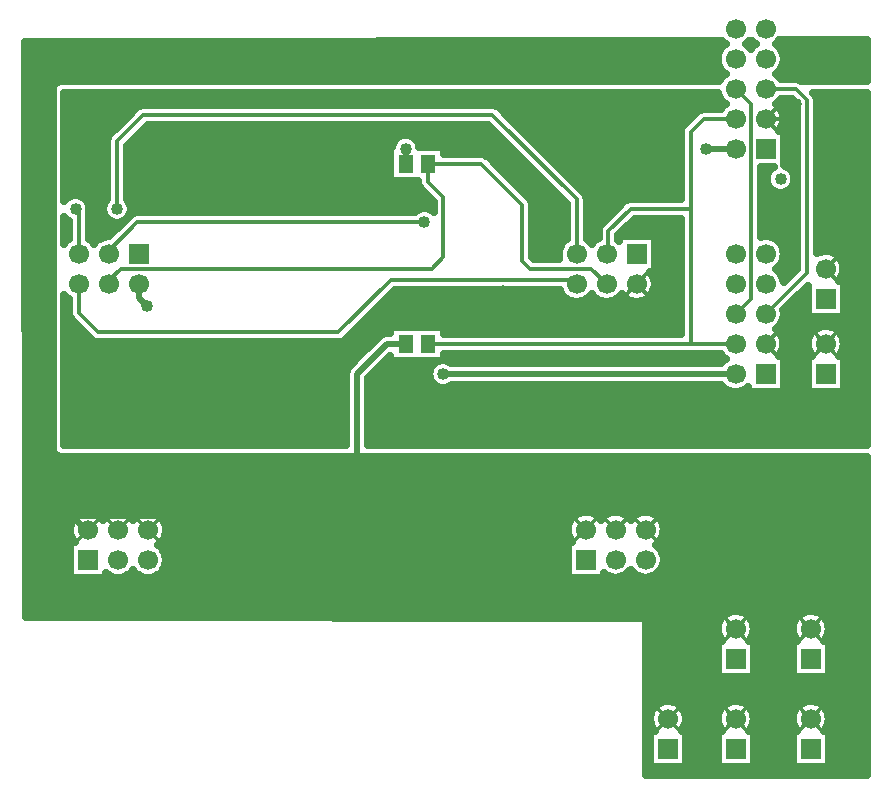
<source format=gbr>
G04 DipTrace 3.3.1.3*
G04 Top.gbr*
%MOIN*%
G04 #@! TF.FileFunction,Copper,L1,Top*
G04 #@! TF.Part,Single*
G04 #@! TA.AperFunction,Conductor*
%ADD14C,0.012992*%
%ADD15C,0.02*%
G04 #@! TA.AperFunction,CopperBalancing*
%ADD16C,0.025*%
%ADD17C,0.01299*%
G04 #@! TA.AperFunction,ComponentPad*
%ADD19R,0.066929X0.066929*%
%ADD20C,0.066929*%
%ADD21R,0.051181X0.059055*%
G04 #@! TA.AperFunction,ViaPad*
%ADD22C,0.04*%
%FSLAX26Y26*%
G04*
G70*
G90*
G75*
G01*
G04 Top*
%LPD*%
X2943701Y3193701D2*
D14*
X2993701D1*
X3043701Y3243701D1*
X854890Y2643161D2*
D15*
Y2596980D1*
X882185Y2569685D1*
X1707185D2*
X1750612Y2613112D1*
X2063112D1*
X2069685Y2619685D1*
X1743701Y3043701D2*
D3*
Y2443701D2*
D3*
Y3043701D2*
Y3093701D1*
X2743701D2*
X2843701D1*
Y2343701D2*
X1868701D1*
X1743701Y2443701D2*
X1681201D1*
X1582185Y2344685D1*
Y2044685D1*
X1407185Y1869685D1*
X632185D1*
X678463Y1823407D1*
X684741D1*
X1818504Y2443701D2*
D14*
X2693701D1*
X2843701D1*
Y3193701D2*
X2737451D1*
X2693701Y3149950D1*
Y2894685D1*
Y2443701D1*
X1818504D2*
D3*
X754890Y2743161D2*
Y2754890D1*
X849951Y2849951D1*
X1806201D1*
X2413845Y2743909D2*
X2419685D1*
Y2819685D1*
X2494685Y2894685D1*
X2693701D1*
X2943701Y3293701D2*
X3043701D1*
X3081201Y3256201D1*
Y2681201D1*
X2943701Y2543701D1*
X754890Y2643161D2*
X743161D1*
X794685Y2694685D1*
X1832185D1*
X1869685Y2732185D1*
Y2932185D1*
X1818504Y2983366D1*
Y3043701D1*
X1995669D1*
X2132185Y2907185D1*
Y2719685D1*
X2157185Y2694685D1*
X2363070D1*
X2413845Y2643909D1*
X2843701Y3293701D2*
X2893701Y3243701D1*
Y2593701D1*
X2843701Y2543701D1*
X654890Y2643161D2*
Y2546980D1*
X719685Y2482185D1*
X1519685D1*
X1694685Y2657185D1*
X2313845D1*
Y2643909D1*
X654890Y2743161D2*
Y2882512D1*
X643701Y2893701D1*
X781201D2*
Y3118701D1*
X869685Y3207185D1*
X2032185D1*
X2313845Y2925525D1*
Y2743909D1*
D22*
X882185Y2569685D3*
X1707185D3*
X1743701Y3043701D3*
Y2443701D3*
Y3093701D3*
X2743701D3*
X1818504Y2443701D3*
X2993701Y2993701D3*
X3043701Y3243701D3*
X2643701Y2843701D3*
X1806201Y2849951D3*
X2069685Y2619685D3*
X781201Y2893701D3*
X643701D3*
X2069685Y2494685D3*
X2644685Y2669685D3*
X1868701Y2343701D3*
X477429Y3431332D2*
D16*
X2794530D1*
X2992875D2*
X3278717D1*
X477501Y3406463D2*
X2782617D1*
X3004789D2*
X3278717D1*
X477537Y3381594D2*
X2782474D1*
X3004932D2*
X3278717D1*
X477609Y3356726D2*
X2793992D1*
X2993413D2*
X3278717D1*
X477644Y3331857D2*
X2794962D1*
X2992444D2*
X3278717D1*
X477680Y3306988D2*
X568276D1*
X477752Y3282119D2*
X564723D1*
X477787Y3257251D2*
X564723D1*
X477860Y3232382D2*
X564723D1*
X477895Y3207513D2*
X564723D1*
X477932Y3182644D2*
X564723D1*
X478004Y3157776D2*
X564723D1*
X478039Y3132907D2*
X564723D1*
X478112Y3108038D2*
X564723D1*
X478147Y3083169D2*
X564723D1*
X478219Y3058301D2*
X564723D1*
X478255Y3033432D2*
X564723D1*
X478290Y3008563D2*
X564723D1*
X478362Y2983694D2*
X564723D1*
X478398Y2958825D2*
X564723D1*
X478470Y2933957D2*
X564723D1*
X478505Y2909088D2*
X564723D1*
X478577Y2884219D2*
X564723D1*
X478613Y2859350D2*
X564723D1*
X478650Y2834482D2*
X564723D1*
X478720Y2809613D2*
X564723D1*
X478757Y2784744D2*
X564723D1*
X478828Y2759875D2*
X564723D1*
X478865Y2735007D2*
X564723D1*
X478936Y2710138D2*
X564723D1*
X478972Y2685269D2*
X564723D1*
X479008Y2660400D2*
X564723D1*
X479080Y2635531D2*
X564723D1*
X479115Y2610663D2*
X564723D1*
X479188Y2585794D2*
X564723D1*
X479223Y2560925D2*
X564723D1*
X479260Y2536056D2*
X564723D1*
X479331Y2511188D2*
X564723D1*
X479367Y2486319D2*
X564723D1*
X479438Y2461450D2*
X564723D1*
X479475Y2436581D2*
X564723D1*
X479546Y2411713D2*
X564723D1*
X479583Y2386844D2*
X564723D1*
X479618Y2361975D2*
X564723D1*
X479690Y2337106D2*
X564723D1*
X479726Y2312238D2*
X564723D1*
X479798Y2287369D2*
X564723D1*
X479833Y2262500D2*
X564723D1*
X479906Y2237631D2*
X564723D1*
X479941Y2212762D2*
X564723D1*
X479976Y2187894D2*
X564723D1*
X480049Y2163025D2*
X564723D1*
X480084Y2138156D2*
X564723D1*
X480156Y2113287D2*
X564723D1*
X480192Y2088419D2*
X565226D1*
X480264Y2063550D2*
X3278717D1*
X480301Y2038681D2*
X3278717D1*
X480336Y2013812D2*
X3278717D1*
X480408Y1988944D2*
X3278717D1*
X480444Y1964075D2*
X3278717D1*
X480516Y1939206D2*
X3278717D1*
X480551Y1914337D2*
X3278717D1*
X480587Y1889469D2*
X3278717D1*
X480659Y1864600D2*
X638681D1*
X730807D2*
X738703D1*
X830816D2*
X838652D1*
X930790D2*
X2296278D1*
X2591080D2*
X3278717D1*
X480694Y1839731D2*
X624542D1*
X944928D2*
X2283073D1*
X2604249D2*
X3278717D1*
X480766Y1814862D2*
X622891D1*
X946579D2*
X2282068D1*
X2605290D2*
X3278717D1*
X480802Y1789993D2*
X632472D1*
X937034D2*
X2292403D1*
X2594919D2*
X3278717D1*
X480874Y1765125D2*
X622282D1*
X930287D2*
X2281207D1*
X2590613D2*
X3278717D1*
X480909Y1740256D2*
X622282D1*
X944785D2*
X2281207D1*
X2604105D2*
X3278717D1*
X480946Y1715387D2*
X622282D1*
X946651D2*
X2281207D1*
X2605361D2*
X3278717D1*
X481017Y1690518D2*
X622282D1*
X937357D2*
X2281207D1*
X2595314D2*
X3278717D1*
X481054Y1665650D2*
X622282D1*
X747206D2*
X766177D1*
X803329D2*
X866151D1*
X903339D2*
X2281207D1*
X2406133D2*
X2431849D1*
X2455474D2*
X2531858D1*
X2555483D2*
X3278717D1*
X481125Y1640781D2*
X3278717D1*
X481161Y1615912D2*
X3278717D1*
X481232Y1591043D2*
X3278717D1*
X481269Y1566175D2*
X3278717D1*
X481304Y1541306D2*
X2804757D1*
X2882639D2*
X3054762D1*
X3132643D2*
X3278717D1*
X2546189Y1516437D2*
X2785739D1*
X2901693D2*
X3035709D1*
X3151663D2*
X3278717D1*
X2546189Y1491568D2*
X2781290D1*
X2906106D2*
X3031294D1*
X3156112D2*
X3278717D1*
X2546189Y1466699D2*
X2787677D1*
X2899719D2*
X3037682D1*
X3149724D2*
X3278717D1*
X2546189Y1441831D2*
X2781253D1*
X2906143D2*
X3031259D1*
X3156148D2*
X3278717D1*
X2546189Y1416962D2*
X2781253D1*
X2906143D2*
X3031259D1*
X3156148D2*
X3278717D1*
X2546189Y1392093D2*
X2781253D1*
X2906143D2*
X3031259D1*
X3156148D2*
X3278717D1*
X2546189Y1367224D2*
X2781253D1*
X2906143D2*
X3031259D1*
X3156148D2*
X3278717D1*
X2546189Y1342356D2*
X2781253D1*
X2906143D2*
X3031259D1*
X3156148D2*
X3278717D1*
X2546189Y1317487D2*
X3278717D1*
X2546189Y1292618D2*
X3278717D1*
X2546189Y1267749D2*
X3278717D1*
X2546189Y1242881D2*
X2581917D1*
X2655492D2*
X2806911D1*
X2880486D2*
X3056916D1*
X3130491D2*
X3278717D1*
X2546189Y1218012D2*
X2561391D1*
X2676017D2*
X2786385D1*
X2901012D2*
X3036390D1*
X3151016D2*
X3278717D1*
X2546189Y1193143D2*
X2556228D1*
X2681148D2*
X2781253D1*
X2906143D2*
X3031259D1*
X3156148D2*
X3278717D1*
X2546189Y1168274D2*
X2561894D1*
X2675479D2*
X2786924D1*
X2900509D2*
X3036892D1*
X3150514D2*
X3278717D1*
X2546189Y1143406D2*
X2556228D1*
X2681148D2*
X2781253D1*
X2906143D2*
X3031259D1*
X3156148D2*
X3278717D1*
X2546189Y1118537D2*
X2556228D1*
X2681148D2*
X2781253D1*
X2906143D2*
X3031259D1*
X3156148D2*
X3278717D1*
X2546189Y1093668D2*
X2556228D1*
X2681148D2*
X2781253D1*
X2906143D2*
X3031259D1*
X3156148D2*
X3278717D1*
X2546189Y1068799D2*
X2556228D1*
X2681148D2*
X2781253D1*
X2906143D2*
X3031259D1*
X3156148D2*
X3278717D1*
X2546189Y1043930D2*
X2556228D1*
X2681148D2*
X2781253D1*
X2906143D2*
X3031259D1*
X3156148D2*
X3278717D1*
X2546189Y1019062D2*
X3278717D1*
X2292903Y1784829D2*
X2299039D1*
X2294123Y1791117D1*
X2290367Y1797429D1*
X2287412Y1804152D1*
X2285301Y1811186D1*
X2284064Y1818427D1*
X2283723Y1825762D1*
X2284281Y1833087D1*
X2285731Y1840286D1*
X2288050Y1847255D1*
X2291203Y1853887D1*
X2295144Y1860085D1*
X2299814Y1865755D1*
X2305142Y1870810D1*
X2311047Y1875176D1*
X2317442Y1878787D1*
X2324231Y1881591D1*
X2331312Y1883542D1*
X2338577Y1884613D1*
X2345920Y1884787D1*
X2353228Y1884063D1*
X2360394Y1882450D1*
X2367308Y1879972D1*
X2373867Y1876669D1*
X2379974Y1872588D1*
X2385535Y1867791D1*
X2390469Y1862350D1*
X2393667Y1857962D1*
X2398583Y1864391D1*
X2403752Y1869608D1*
X2409521Y1874154D1*
X2415803Y1877959D1*
X2422503Y1880969D1*
X2429520Y1883135D1*
X2436749Y1884429D1*
X2444084Y1884828D1*
X2451411Y1884328D1*
X2458622Y1882936D1*
X2465609Y1880672D1*
X2472266Y1877571D1*
X2478495Y1873678D1*
X2484201Y1869054D1*
X2489299Y1863766D1*
X2493667Y1857962D1*
X2498583Y1864391D1*
X2503752Y1869608D1*
X2509521Y1874154D1*
X2515803Y1877959D1*
X2522503Y1880969D1*
X2529520Y1883135D1*
X2536749Y1884429D1*
X2544084Y1884828D1*
X2551411Y1884328D1*
X2558622Y1882936D1*
X2565609Y1880672D1*
X2572266Y1877571D1*
X2578495Y1873678D1*
X2584201Y1869054D1*
X2589299Y1863766D1*
X2593711Y1857896D1*
X2597374Y1851530D1*
X2600230Y1844764D1*
X2602238Y1837698D1*
X2603366Y1830441D1*
X2603597Y1823038D1*
X2602923Y1815724D1*
X2601358Y1808549D1*
X2598929Y1801618D1*
X2595672Y1795035D1*
X2591633Y1788902D1*
X2586874Y1783307D1*
X2581467Y1778336D1*
X2576752Y1774879D1*
X2582608Y1770465D1*
X2589260Y1763812D1*
X2594790Y1756201D1*
X2599060Y1747819D1*
X2601969Y1738871D1*
X2603440Y1729579D1*
Y1720172D1*
X2601969Y1710879D1*
X2599060Y1701932D1*
X2594790Y1693550D1*
X2589260Y1685938D1*
X2582608Y1679286D1*
X2574996Y1673756D1*
X2566614Y1669486D1*
X2557667Y1666577D1*
X2548374Y1665106D1*
X2538967D1*
X2529675Y1666577D1*
X2520727Y1669486D1*
X2512345Y1673756D1*
X2504734Y1679286D1*
X2498081Y1685938D1*
X2493706Y1691822D1*
X2489260Y1685938D1*
X2482608Y1679286D1*
X2474996Y1673756D1*
X2466614Y1669486D1*
X2457667Y1666577D1*
X2448374Y1665106D1*
X2438967D1*
X2429675Y1666577D1*
X2420727Y1669486D1*
X2412345Y1673756D1*
X2404734Y1679286D1*
X2403613Y1680322D1*
X2403625Y1664921D1*
X2283717D1*
Y1784829D1*
X2292903D1*
X633974Y1783361D2*
X640110D1*
X635194Y1789648D1*
X631438Y1795961D1*
X628483Y1802684D1*
X626371Y1809718D1*
X625135Y1816958D1*
X624794Y1824294D1*
X625352Y1831618D1*
X626802Y1838818D1*
X629121Y1845786D1*
X632274Y1852419D1*
X636215Y1858617D1*
X640885Y1864286D1*
X646213Y1869341D1*
X652118Y1873707D1*
X658513Y1877319D1*
X665302Y1880122D1*
X672383Y1882073D1*
X679648Y1883144D1*
X686991Y1883319D1*
X694299Y1882594D1*
X701465Y1880982D1*
X708379Y1878504D1*
X714938Y1875201D1*
X721045Y1871119D1*
X726606Y1866323D1*
X731539Y1860882D1*
X734738Y1856493D1*
X739654Y1862923D1*
X744823Y1868139D1*
X750592Y1872685D1*
X756874Y1876491D1*
X763573Y1879500D1*
X770591Y1881667D1*
X777820Y1882961D1*
X785155Y1883360D1*
X792482Y1882860D1*
X799693Y1881467D1*
X806680Y1879203D1*
X813337Y1876102D1*
X819566Y1872210D1*
X825272Y1867585D1*
X830370Y1862298D1*
X834738Y1856493D1*
X839654Y1862923D1*
X844823Y1868139D1*
X850592Y1872685D1*
X856874Y1876491D1*
X863573Y1879500D1*
X870591Y1881667D1*
X877820Y1882961D1*
X885155Y1883360D1*
X892482Y1882860D1*
X899693Y1881467D1*
X906680Y1879203D1*
X913337Y1876102D1*
X919566Y1872210D1*
X925272Y1867585D1*
X930370Y1862298D1*
X934782Y1856428D1*
X938445Y1850062D1*
X941301Y1843295D1*
X943308Y1836230D1*
X944437Y1828972D1*
X944668Y1821570D1*
X943993Y1814256D1*
X942429Y1807080D1*
X940000Y1800150D1*
X936743Y1793567D1*
X932703Y1787433D1*
X927945Y1781839D1*
X922538Y1776867D1*
X917823Y1773411D1*
X923678Y1768996D1*
X930331Y1762344D1*
X935861Y1754732D1*
X940131Y1746350D1*
X943039Y1737403D1*
X944510Y1728110D1*
Y1718703D1*
X943039Y1709411D1*
X940131Y1700463D1*
X935861Y1692081D1*
X930331Y1684470D1*
X923678Y1677818D1*
X916067Y1672287D1*
X907685Y1668017D1*
X898738Y1665109D1*
X889445Y1663638D1*
X880038D1*
X870745Y1665109D1*
X861798Y1668017D1*
X853416Y1672287D1*
X845804Y1677818D1*
X839152Y1684470D1*
X834777Y1690353D1*
X830331Y1684470D1*
X823678Y1677818D1*
X816067Y1672287D1*
X807685Y1668017D1*
X798738Y1665109D1*
X789445Y1663638D1*
X780038D1*
X770745Y1665109D1*
X761798Y1668017D1*
X753416Y1672287D1*
X745804Y1677818D1*
X744684Y1678853D1*
X744696Y1663453D1*
X624787D1*
Y1783361D1*
X633974D1*
X2976755Y3343665D2*
X2982638Y3339290D1*
X2989290Y3332638D1*
X2993706Y3326693D1*
X3046289Y3326585D1*
X3051402Y3325776D1*
X3056324Y3324176D1*
X3060936Y3321825D1*
X3063097Y3320381D1*
X3074016Y3320190D1*
X3281175D1*
X3281201Y3456148D1*
X2989899Y3455500D1*
X2986094Y3451307D1*
X2978941Y3445197D1*
X2976755Y3443736D1*
X2982638Y3439290D1*
X2989290Y3432638D1*
X2994820Y3425026D1*
X2999091Y3416644D1*
X3001999Y3407697D1*
X3003470Y3398404D1*
Y3388997D1*
X3001999Y3379705D1*
X2999091Y3370757D1*
X2994820Y3362375D1*
X2989290Y3354764D1*
X2982638Y3348112D1*
X2976755Y3343736D1*
X2789950Y3320201D2*
X2792581Y3325026D1*
X2798112Y3332638D1*
X2804764Y3339290D1*
X2810647Y3343665D1*
X2804764Y3348112D1*
X2798112Y3354764D1*
X2792581Y3362375D1*
X2788311Y3370757D1*
X2785403Y3379705D1*
X2783932Y3388997D1*
Y3398404D1*
X2785403Y3407697D1*
X2788311Y3416644D1*
X2792581Y3425026D1*
X2798112Y3432638D1*
X2804764Y3439290D1*
X2810647Y3443665D1*
X2804764Y3448112D1*
X2797873Y3455067D1*
X474927Y3449699D1*
X478835Y1534108D1*
X2532199Y1531161D1*
X2535080Y1530584D1*
X2537747Y1529349D1*
X2540052Y1527528D1*
X2541867Y1525217D1*
X2543094Y1522547D1*
X2543664Y1519660D1*
X2543701Y1006167D1*
X3281217Y1006201D1*
X3281201Y2067215D1*
X591622Y2067293D1*
X587517Y2067944D1*
X583563Y2069227D1*
X579860Y2071114D1*
X576497Y2073558D1*
X573558Y2076497D1*
X571114Y2079860D1*
X569227Y2083563D1*
X567944Y2087517D1*
X567293Y2091622D1*
X567211Y2203937D1*
X567293Y3295780D1*
X567944Y3299885D1*
X569227Y3303839D1*
X571114Y3307542D1*
X573558Y3310904D1*
X576497Y3313844D1*
X579860Y3316287D1*
X583563Y3318175D1*
X587517Y3319458D1*
X591622Y3320109D1*
X703937Y3320190D1*
X2789921D1*
X2893736Y3426755D2*
X2898112Y3432638D1*
X2904764Y3439290D1*
X2910647Y3443665D1*
X2904764Y3448112D1*
X2898112Y3454764D1*
X2897690Y3455298D1*
X2889290Y3454764D1*
X2882638Y3448112D1*
X2876755Y3443736D1*
X2882638Y3439290D1*
X2889290Y3432638D1*
X2893665Y3426755D1*
X2792933Y1453655D2*
X2799070D1*
X2794154Y1459942D1*
X2790398Y1466255D1*
X2787442Y1472978D1*
X2785331Y1480012D1*
X2784094Y1487252D1*
X2783753Y1494588D1*
X2784311Y1501912D1*
X2785761Y1509112D1*
X2788080Y1516080D1*
X2791234Y1522713D1*
X2795175Y1528911D1*
X2799844Y1534580D1*
X2805172Y1539635D1*
X2811077Y1544001D1*
X2817472Y1547613D1*
X2824261Y1550416D1*
X2831343Y1552367D1*
X2838608Y1553438D1*
X2845950Y1553613D1*
X2853259Y1552888D1*
X2860424Y1551276D1*
X2867339Y1548798D1*
X2873898Y1545495D1*
X2880004Y1541413D1*
X2885566Y1536617D1*
X2890499Y1531176D1*
X2894730Y1525173D1*
X2898196Y1518697D1*
X2900843Y1511846D1*
X2902633Y1504723D1*
X2903538Y1497434D1*
X2903542Y1490029D1*
X2902644Y1482739D1*
X2900862Y1475614D1*
X2898222Y1468761D1*
X2894762Y1462282D1*
X2890538Y1456274D1*
X2888314Y1453654D1*
X2903655Y1453655D1*
Y1333747D1*
X2783747D1*
Y1453655D1*
X2792933D1*
X3042933Y1153655D2*
X3049070D1*
X3044154Y1159942D1*
X3040398Y1166255D1*
X3037442Y1172978D1*
X3035331Y1180012D1*
X3034094Y1187252D1*
X3033753Y1194588D1*
X3034311Y1201912D1*
X3035761Y1209112D1*
X3038080Y1216080D1*
X3041234Y1222713D1*
X3045175Y1228911D1*
X3049844Y1234580D1*
X3055172Y1239635D1*
X3061077Y1244001D1*
X3067472Y1247613D1*
X3074261Y1250416D1*
X3081343Y1252367D1*
X3088608Y1253438D1*
X3095950Y1253613D1*
X3103259Y1252888D1*
X3110424Y1251276D1*
X3117339Y1248798D1*
X3123898Y1245495D1*
X3130004Y1241413D1*
X3135566Y1236617D1*
X3140499Y1231176D1*
X3144730Y1225173D1*
X3148196Y1218697D1*
X3150843Y1211846D1*
X3152633Y1204723D1*
X3153538Y1197434D1*
X3153542Y1190029D1*
X3152644Y1182739D1*
X3150862Y1175614D1*
X3148222Y1168761D1*
X3144762Y1162282D1*
X3140538Y1156274D1*
X3138314Y1153654D1*
X3153655Y1153655D1*
Y1033747D1*
X3033747D1*
Y1153655D1*
X3042933D1*
X2792933D2*
X2799070D1*
X2794154Y1159942D1*
X2790398Y1166255D1*
X2787442Y1172978D1*
X2785331Y1180012D1*
X2784094Y1187252D1*
X2783753Y1194588D1*
X2784311Y1201912D1*
X2785761Y1209112D1*
X2788080Y1216080D1*
X2791234Y1222713D1*
X2795175Y1228911D1*
X2799844Y1234580D1*
X2805172Y1239635D1*
X2811077Y1244001D1*
X2817472Y1247613D1*
X2824261Y1250416D1*
X2831343Y1252367D1*
X2838608Y1253438D1*
X2845950Y1253613D1*
X2853259Y1252888D1*
X2860424Y1251276D1*
X2867339Y1248798D1*
X2873898Y1245495D1*
X2880004Y1241413D1*
X2885566Y1236617D1*
X2890499Y1231176D1*
X2894730Y1225173D1*
X2898196Y1218697D1*
X2900843Y1211846D1*
X2902633Y1204723D1*
X2903538Y1197434D1*
X2903542Y1190029D1*
X2902644Y1182739D1*
X2900862Y1175614D1*
X2898222Y1168761D1*
X2894762Y1162282D1*
X2890538Y1156274D1*
X2888314Y1153654D1*
X2903655Y1153655D1*
Y1033747D1*
X2783747D1*
Y1153655D1*
X2792933D1*
X3042933Y1453655D2*
X3049070D1*
X3044154Y1459942D1*
X3040398Y1466255D1*
X3037442Y1472978D1*
X3035331Y1480012D1*
X3034094Y1487252D1*
X3033753Y1494588D1*
X3034311Y1501912D1*
X3035761Y1509112D1*
X3038080Y1516080D1*
X3041234Y1522713D1*
X3045175Y1528911D1*
X3049844Y1534580D1*
X3055172Y1539635D1*
X3061077Y1544001D1*
X3067472Y1547613D1*
X3074261Y1550416D1*
X3081343Y1552367D1*
X3088608Y1553438D1*
X3095950Y1553613D1*
X3103259Y1552888D1*
X3110424Y1551276D1*
X3117339Y1548798D1*
X3123898Y1545495D1*
X3130004Y1541413D1*
X3135566Y1536617D1*
X3140499Y1531176D1*
X3144730Y1525173D1*
X3148196Y1518697D1*
X3150843Y1511846D1*
X3152633Y1504723D1*
X3153538Y1497434D1*
X3153542Y1490029D1*
X3152644Y1482739D1*
X3150862Y1475614D1*
X3148222Y1468761D1*
X3144762Y1462282D1*
X3140538Y1456274D1*
X3138314Y1453654D1*
X3153655Y1453655D1*
Y1333747D1*
X3033747D1*
Y1453655D1*
X3042933D1*
X2567933Y1153655D2*
X2574070D1*
X2569154Y1159942D1*
X2565398Y1166255D1*
X2562442Y1172978D1*
X2560331Y1180012D1*
X2559094Y1187252D1*
X2558753Y1194588D1*
X2559311Y1201912D1*
X2560761Y1209112D1*
X2563080Y1216080D1*
X2566234Y1222713D1*
X2570175Y1228911D1*
X2574844Y1234580D1*
X2580172Y1239635D1*
X2586077Y1244001D1*
X2592472Y1247613D1*
X2599261Y1250416D1*
X2606343Y1252367D1*
X2613608Y1253438D1*
X2620950Y1253613D1*
X2628259Y1252888D1*
X2635424Y1251276D1*
X2642339Y1248798D1*
X2648898Y1245495D1*
X2655004Y1241413D1*
X2660566Y1236617D1*
X2665499Y1231176D1*
X2669730Y1225173D1*
X2673196Y1218697D1*
X2675843Y1211846D1*
X2677633Y1204723D1*
X2678538Y1197434D1*
X2678542Y1190029D1*
X2677644Y1182739D1*
X2675862Y1175614D1*
X2673222Y1168761D1*
X2669762Y1162282D1*
X2665538Y1156274D1*
X2663314Y1153654D1*
X2678655Y1153655D1*
Y1033747D1*
X2558747D1*
Y1153655D1*
X2567933D1*
X2301302Y1867244D2*
D17*
X2343671Y1824875D1*
X2386039Y1867244D2*
X2301302Y1782507D1*
X2401302Y1867244D2*
X2443671Y1824875D1*
X2486039Y1867244D2*
X2443671Y1824875D1*
X2501302Y1867244D2*
X2586039Y1782507D1*
Y1867244D2*
X2543671Y1824875D1*
X642373Y1865776D2*
X684741Y1823407D1*
X727110Y1865776D2*
X642373Y1781038D1*
X742373Y1865776D2*
X784741Y1823407D1*
X827110Y1865776D2*
X784741Y1823407D1*
X842373Y1865776D2*
X927110Y1781038D1*
Y1865776D2*
X884741Y1823407D1*
X2801332Y1536070D2*
X2886070Y1451332D1*
Y1536070D2*
X2801332Y1451332D1*
X3051332Y1236070D2*
X3136070Y1151332D1*
Y1236070D2*
X3051332Y1151332D1*
X2801332Y1236070D2*
X2886070Y1151332D1*
Y1236070D2*
X2801332Y1151332D1*
X3051332Y1536070D2*
X3136070Y1451332D1*
Y1536070D2*
X3051332Y1451332D1*
X2576332Y1236070D2*
X2661070Y1151332D1*
Y1236070D2*
X2576332Y1151332D1*
X608719Y3256332D2*
D16*
X2794304D1*
X2993079D2*
X3031930D1*
X3116701D2*
X3278706D1*
X608719Y3231463D2*
X844861D1*
X2057004D2*
X2794627D1*
X2992756D2*
X3045710D1*
X3116701D2*
X3278706D1*
X608719Y3206594D2*
X819957D1*
X2081908D2*
X2701185D1*
X3004741D2*
X3045710D1*
X3116701D2*
X3278706D1*
X608719Y3181726D2*
X795089D1*
X2106776D2*
X2676318D1*
X3004957D2*
X3045710D1*
X3116701D2*
X3278706D1*
X608719Y3156857D2*
X770222D1*
X868520D2*
X2033381D1*
X2131680D2*
X2658950D1*
X2993510D2*
X3045710D1*
X3116701D2*
X3278706D1*
X608719Y3131988D2*
X748512D1*
X843652D2*
X1714837D1*
X1772587D2*
X2058248D1*
X2156547D2*
X2658232D1*
X3006142D2*
X3045710D1*
X3116701D2*
X3278706D1*
X608719Y3107119D2*
X745713D1*
X818785D2*
X1696680D1*
X1790707D2*
X2083115D1*
X2181415D2*
X2658232D1*
X3006142D2*
X3045710D1*
X3116701D2*
X3278706D1*
X608719Y3082251D2*
X745713D1*
X816703D2*
X1689108D1*
X1873098D2*
X2107984D1*
X2206282D2*
X2658232D1*
X3006142D2*
X3045710D1*
X3116701D2*
X3278706D1*
X608719Y3057382D2*
X745713D1*
X816703D2*
X1689108D1*
X2031133D2*
X2132852D1*
X2231151D2*
X2658232D1*
X3006142D2*
X3045710D1*
X3116701D2*
X3278706D1*
X608719Y3032513D2*
X745713D1*
X816703D2*
X1689108D1*
X2056000D2*
X2157719D1*
X2256018D2*
X2658232D1*
X2929169D2*
X2965615D1*
X3021786D2*
X3045710D1*
X3116701D2*
X3278706D1*
X608719Y3007644D2*
X745713D1*
X816703D2*
X1689108D1*
X2080867D2*
X2182587D1*
X2280886D2*
X2658232D1*
X2929169D2*
X2946849D1*
X3116701D2*
X3278706D1*
X608719Y2982776D2*
X745713D1*
X816703D2*
X1783017D1*
X2105735D2*
X2207455D1*
X2305753D2*
X2658232D1*
X2929169D2*
X2946024D1*
X3116701D2*
X3278706D1*
X608719Y2957907D2*
X745713D1*
X816703D2*
X1794823D1*
X2130602D2*
X2232323D1*
X2330622D2*
X2658232D1*
X2929169D2*
X2961525D1*
X3025878D2*
X3045710D1*
X3116701D2*
X3278706D1*
X608719Y2933038D2*
X616445D1*
X670978D2*
X745713D1*
X816703D2*
X1819690D1*
X2155471D2*
X2257190D1*
X2348455D2*
X2658232D1*
X2929169D2*
X3045710D1*
X3116701D2*
X3278706D1*
X690391Y2908169D2*
X734517D1*
X827899D2*
X1834188D1*
X2167672D2*
X2278362D1*
X2349318D2*
X2459003D1*
X2929169D2*
X3045710D1*
X3116701D2*
X3278706D1*
X691504Y2883301D2*
X733404D1*
X829012D2*
X1771319D1*
X2167672D2*
X2278362D1*
X2349318D2*
X2434135D1*
X2929169D2*
X3045710D1*
X3116701D2*
X3278706D1*
X690391Y2858432D2*
X748404D1*
X2167672D2*
X2278362D1*
X2349318D2*
X2409268D1*
X2507567D2*
X2658232D1*
X2929169D2*
X3045710D1*
X3116701D2*
X3278706D1*
X608719Y2833563D2*
X619385D1*
X690391D2*
X784432D1*
X2167672D2*
X2278362D1*
X2349318D2*
X2387270D1*
X2482698D2*
X2658232D1*
X2929169D2*
X3045710D1*
X3116701D2*
X3278706D1*
X608719Y2808694D2*
X619385D1*
X690391D2*
X759528D1*
X2167672D2*
X2278362D1*
X2349318D2*
X2384185D1*
X2457831D2*
X2658232D1*
X2929169D2*
X3045710D1*
X3116701D2*
X3278706D1*
X2167672Y2783825D2*
X2266627D1*
X2576285D2*
X2658232D1*
X2990747D2*
X3045710D1*
X3116701D2*
X3278706D1*
X2167672Y2758957D2*
X2253315D1*
X2576285D2*
X2658232D1*
X3004168D2*
X3045710D1*
X3116701D2*
X3278706D1*
X2167672Y2734088D2*
X2252202D1*
X2576285D2*
X2658232D1*
X3005387D2*
X3045710D1*
X3190514D2*
X3278706D1*
X2576285Y2709219D2*
X2658232D1*
X2995232D2*
X3045710D1*
X3204114D2*
X3278706D1*
X2576285Y2684350D2*
X2658232D1*
X2990281D2*
X3035196D1*
X3205406D2*
X3278706D1*
X2574239Y2659482D2*
X2658232D1*
X3195430D2*
X3278706D1*
X2575567Y2634613D2*
X2658232D1*
X3206160D2*
X3278706D1*
X1696404Y2609744D2*
X2262071D1*
X2565627D2*
X2658232D1*
X3058891D2*
X3081235D1*
X3206160D2*
X3278706D1*
X608719Y2584875D2*
X619385D1*
X1671537D2*
X2300898D1*
X2326818D2*
X2400870D1*
X2426791D2*
X2500879D1*
X2526801D2*
X2658232D1*
X3034024D2*
X3081235D1*
X3206160D2*
X3278706D1*
X608719Y2560007D2*
X619385D1*
X1646669D2*
X2658232D1*
X3009155D2*
X3081235D1*
X3206160D2*
X3278706D1*
X608719Y2535138D2*
X621608D1*
X1621801D2*
X2658232D1*
X3005531D2*
X3081235D1*
X3206160D2*
X3278706D1*
X608719Y2510269D2*
X642438D1*
X1596933D2*
X2658232D1*
X2995986D2*
X3278706D1*
X608719Y2485400D2*
X667306D1*
X1572066D2*
X1689108D1*
X1873098D2*
X2658232D1*
X2989276D2*
X3098136D1*
X3189294D2*
X3278706D1*
X608719Y2460531D2*
X692173D1*
X1547198D2*
X1643929D1*
X3003738D2*
X3083675D1*
X3203756D2*
X3278706D1*
X608719Y2435663D2*
X1619062D1*
X3005602D2*
X3081773D1*
X3205622D2*
X3278706D1*
X608719Y2410794D2*
X1594194D1*
X2996308D2*
X3091067D1*
X3196327D2*
X3278706D1*
X608719Y2385925D2*
X1569327D1*
X1677529D2*
X1846747D1*
X1890646D2*
X2798647D1*
X3006142D2*
X3081235D1*
X3206160D2*
X3278706D1*
X608719Y2361056D2*
X1547079D1*
X1652661D2*
X1823063D1*
X3006142D2*
X3081235D1*
X3206160D2*
X3278706D1*
X608719Y2336188D2*
X1543202D1*
X1627794D2*
X1820336D1*
X3006142D2*
X3081235D1*
X3206160D2*
X3278706D1*
X608719Y2311319D2*
X1543202D1*
X1621192D2*
X1832860D1*
X3006142D2*
X3081235D1*
X3206160D2*
X3278706D1*
X608719Y2286450D2*
X1543202D1*
X1621192D2*
X2823407D1*
X2864004D2*
X2881252D1*
X3006142D2*
X3081235D1*
X3206160D2*
X3278706D1*
X608719Y2261581D2*
X1543202D1*
X1621192D2*
X3278706D1*
X608719Y2236713D2*
X1543202D1*
X1621192D2*
X3278706D1*
X608719Y2211844D2*
X1543202D1*
X1621192D2*
X3278706D1*
X608719Y2186975D2*
X1543202D1*
X1621192D2*
X3278706D1*
X608719Y2162106D2*
X1543202D1*
X1621192D2*
X3278706D1*
X608719Y2137238D2*
X1543202D1*
X1621192D2*
X3278706D1*
X608719Y2112369D2*
X1543202D1*
X1621192D2*
X3278706D1*
X2463077Y2803864D2*
X2573799D1*
Y2683955D1*
X2558476D1*
X2562852Y2678448D1*
X2566706Y2672197D1*
X2569769Y2665521D1*
X2571991Y2658521D1*
X2573341Y2651302D1*
X2573799Y2643909D1*
X2573349Y2636579D1*
X2572007Y2629358D1*
X2569791Y2622356D1*
X2566736Y2615677D1*
X2562887Y2609421D1*
X2558302Y2603684D1*
X2553050Y2598550D1*
X2547210Y2594097D1*
X2540869Y2590391D1*
X2534122Y2587488D1*
X2527071Y2585433D1*
X2519822Y2584255D1*
X2512483Y2583971D1*
X2505164Y2584587D1*
X2497976Y2586093D1*
X2491026Y2588469D1*
X2484419Y2591675D1*
X2478252Y2595664D1*
X2472619Y2600378D1*
X2467606Y2605745D1*
X2463852Y2610828D1*
X2459434Y2604972D1*
X2452782Y2598320D1*
X2445171Y2592790D1*
X2436789Y2588520D1*
X2427841Y2585612D1*
X2418549Y2584140D1*
X2409142D1*
X2399849Y2585612D1*
X2390902Y2588520D1*
X2382520Y2592790D1*
X2374908Y2598320D1*
X2368256Y2604972D1*
X2363881Y2610856D1*
X2359434Y2604972D1*
X2352782Y2598320D1*
X2345171Y2592790D1*
X2336789Y2588520D1*
X2327841Y2585612D1*
X2318549Y2584140D1*
X2309142D1*
X2299849Y2585612D1*
X2290902Y2588520D1*
X2282520Y2592790D1*
X2274908Y2598320D1*
X2268256Y2604972D1*
X2262726Y2612584D1*
X2258455Y2620966D1*
X2257265Y2624192D1*
X1708371Y2624199D1*
X1541108Y2457102D1*
X1536920Y2454060D1*
X1532308Y2451710D1*
X1527386Y2450110D1*
X1522273Y2449301D1*
X1455381Y2449199D1*
X717097Y2449301D1*
X711984Y2450110D1*
X707062Y2451710D1*
X702450Y2454060D1*
X698262Y2457102D1*
X650891Y2504331D1*
X629807Y2525558D1*
X626765Y2529745D1*
X624415Y2534357D1*
X622815Y2539280D1*
X622005Y2544392D1*
X621904Y2593092D1*
X615953Y2597572D1*
X609301Y2604224D1*
X606192Y2608211D1*
X606201Y2106185D1*
X1545672Y2106201D1*
X1545808Y2347549D1*
X1546703Y2353203D1*
X1548472Y2358650D1*
X1551072Y2363751D1*
X1554438Y2368383D1*
X1588862Y2402966D1*
X1657503Y2471448D1*
X1662135Y2474814D1*
X1667236Y2477413D1*
X1672682Y2479182D1*
X1678337Y2480077D1*
X1691643Y2480190D1*
X1691621Y2499718D1*
X1870584D1*
Y2476717D1*
X2660741Y2476686D1*
X2660715Y2861715D1*
X2508360Y2861699D1*
X2452672Y2806022D1*
X2452782Y2789499D1*
X2453903Y2788463D1*
X2453891Y2803864D1*
X2463077D1*
X2363881Y2776963D2*
X2368256Y2782846D1*
X2374908Y2789499D1*
X2382520Y2795029D1*
X2386710Y2797367D1*
X2386801Y2822273D1*
X2387610Y2827386D1*
X2389210Y2832308D1*
X2391560Y2836920D1*
X2394602Y2841108D1*
X2441831Y2888479D1*
X2473262Y2919768D1*
X2477450Y2922810D1*
X2482062Y2925160D1*
X2486984Y2926760D1*
X2492097Y2927570D1*
X2558990Y2927671D1*
X2660722D1*
X2660816Y3152538D1*
X2661626Y3157651D1*
X2663226Y3162573D1*
X2665576Y3167185D1*
X2668618Y3171373D1*
X2714127Y3217025D1*
X2718063Y3220387D1*
X2722476Y3223092D1*
X2727259Y3225072D1*
X2732291Y3226281D1*
X2737462Y3226686D1*
X2793610D1*
X2798112Y3232638D1*
X2804764Y3239290D1*
X2810647Y3243665D1*
X2804764Y3248112D1*
X2798112Y3254764D1*
X2792581Y3262375D1*
X2788311Y3270757D1*
X2785403Y3279705D1*
X2785105Y3281202D1*
X606227Y3281201D1*
X606201Y2921188D1*
X610828Y2926573D1*
X616375Y2931311D1*
X622594Y2935123D1*
X629335Y2937915D1*
X636428Y2939618D1*
X643701Y2940190D1*
X650974Y2939618D1*
X658067Y2937915D1*
X664807Y2935123D1*
X671026Y2931311D1*
X676573Y2926573D1*
X681311Y2921026D1*
X685123Y2914807D1*
X687915Y2908067D1*
X689618Y2900974D1*
X690190Y2893701D1*
X689618Y2886428D1*
X687870Y2879214D1*
X687875Y2793196D1*
X693827Y2788751D1*
X700479Y2782098D1*
X704854Y2776215D1*
X709301Y2782098D1*
X715953Y2788751D1*
X723564Y2794281D1*
X731946Y2798551D1*
X740894Y2801459D1*
X750186Y2802930D1*
X756415Y2803055D1*
X828529Y2875034D1*
X832717Y2878076D1*
X837328Y2880427D1*
X842251Y2882026D1*
X847364Y2882836D1*
X914256Y2882937D1*
X1773430D1*
X1778875Y2887562D1*
X1785094Y2891374D1*
X1791835Y2894165D1*
X1798928Y2895869D1*
X1806201Y2896441D1*
X1813474Y2895869D1*
X1820567Y2894165D1*
X1827307Y2891374D1*
X1833526Y2887562D1*
X1836697Y2885021D1*
X1836699Y2918531D1*
X1793421Y2961944D1*
X1790379Y2966131D1*
X1788029Y2970743D1*
X1786429Y2975665D1*
X1785619Y2980778D1*
X1785518Y2987709D1*
X1691621Y2987684D1*
Y3099718D1*
X1697613D1*
X1698496Y3104554D1*
X1700751Y3111492D1*
X1704062Y3117992D1*
X1708350Y3123894D1*
X1713508Y3129051D1*
X1719409Y3133340D1*
X1725909Y3136651D1*
X1732848Y3138906D1*
X1740054Y3140047D1*
X1747348D1*
X1754554Y3138906D1*
X1761492Y3136651D1*
X1767992Y3133340D1*
X1773894Y3129051D1*
X1779051Y3123894D1*
X1783340Y3117992D1*
X1786651Y3111492D1*
X1788906Y3104554D1*
X1789768Y3099713D1*
X1870584Y3099718D1*
Y3076717D1*
X1998257Y3076585D1*
X2003370Y3075776D1*
X2008293Y3074176D1*
X2012904Y3071825D1*
X2017092Y3068783D1*
X2064463Y3021555D1*
X2157268Y2928608D1*
X2160310Y2924420D1*
X2162660Y2919808D1*
X2164260Y2914886D1*
X2165070Y2909773D1*
X2165171Y2842881D1*
Y2733327D1*
X2170861Y2727657D1*
X2256118Y2727671D1*
X2254629Y2734530D1*
X2253891Y2743909D1*
X2254629Y2753289D1*
X2256825Y2762436D1*
X2260425Y2771129D1*
X2265341Y2779150D1*
X2271451Y2786303D1*
X2278605Y2792413D1*
X2280853Y2793915D1*
X2280860Y2911883D1*
X2018537Y3174184D1*
X883353Y3174199D1*
X814173Y3105024D1*
X814186Y2926470D1*
X818811Y2921026D1*
X822623Y2914807D1*
X825415Y2908067D1*
X827118Y2900974D1*
X827690Y2893701D1*
X827118Y2886428D1*
X825415Y2879335D1*
X822623Y2872594D1*
X818811Y2866375D1*
X814073Y2860828D1*
X808526Y2856091D1*
X802307Y2852278D1*
X795567Y2849487D1*
X788474Y2847783D1*
X781201Y2847211D1*
X773928Y2847783D1*
X766835Y2849487D1*
X760094Y2852278D1*
X753875Y2856091D1*
X748328Y2860828D1*
X743591Y2866375D1*
X739778Y2872594D1*
X736987Y2879335D1*
X735283Y2886428D1*
X734711Y2893701D1*
X735283Y2900974D1*
X736987Y2908067D1*
X739778Y2914807D1*
X743591Y2921026D1*
X748222Y2926458D1*
X748316Y3121289D1*
X749126Y3126402D1*
X750726Y3131324D1*
X753076Y3135936D1*
X756118Y3140123D1*
X803346Y3187495D1*
X848262Y3232268D1*
X852450Y3235310D1*
X857062Y3237660D1*
X861984Y3239260D1*
X867097Y3240070D1*
X933990Y3240171D1*
X2034773Y3240070D1*
X2039886Y3239260D1*
X2044808Y3237660D1*
X2049420Y3235310D1*
X2053608Y3232268D1*
X2100979Y3185039D1*
X2338928Y2946948D1*
X2341970Y2942760D1*
X2344320Y2938148D1*
X2345920Y2933226D1*
X2346730Y2928113D1*
X2346831Y2861220D1*
Y2794009D1*
X2352782Y2789499D1*
X2359434Y2782846D1*
X2363810Y2776963D1*
X606192Y2778112D2*
X609301Y2782098D1*
X615953Y2788751D1*
X621898Y2793167D1*
X621904Y2852644D1*
X616375Y2856091D1*
X610828Y2860828D1*
X606205Y2866230D1*
X606201Y2778152D1*
X2988349Y2403655D2*
X3003655D1*
Y2283747D1*
X2883747D1*
Y2299070D1*
X2878941Y2295197D1*
X2870920Y2290281D1*
X2862227Y2286681D1*
X2853080Y2284484D1*
X2843701Y2283747D1*
X2834322Y2284484D1*
X2825175Y2286681D1*
X2816482Y2290281D1*
X2808461Y2295197D1*
X2801307Y2301307D1*
X2796188Y2307205D1*
X1897542Y2307211D1*
X1892992Y2304062D1*
X1886492Y2300751D1*
X1879554Y2298496D1*
X1872348Y2297354D1*
X1865054D1*
X1857848Y2298496D1*
X1850909Y2300751D1*
X1844409Y2304062D1*
X1838508Y2308350D1*
X1833350Y2313508D1*
X1829062Y2319409D1*
X1825751Y2325909D1*
X1823496Y2332848D1*
X1822354Y2340054D1*
Y2347348D1*
X1823496Y2354554D1*
X1825751Y2361492D1*
X1829062Y2367992D1*
X1833350Y2373894D1*
X1838508Y2379051D1*
X1844409Y2383340D1*
X1850909Y2386651D1*
X1853706Y2387682D1*
X1691621Y2387684D1*
Y2402504D1*
X1618676Y2329572D1*
X1618675Y2106235D1*
X3281175Y2106201D1*
X3281201Y3281217D1*
X3102833Y3281201D1*
X3107887Y3275589D1*
X3110592Y3271176D1*
X3112572Y3266394D1*
X3113781Y3261361D1*
X3114186Y3256201D1*
X3114219Y2745906D1*
X3120824Y2749118D1*
X3127772Y2751500D1*
X3134958Y2753014D1*
X3142277Y2753638D1*
X3149615Y2753362D1*
X3156866Y2752192D1*
X3163919Y2750143D1*
X3170669Y2747247D1*
X3177013Y2743549D1*
X3182858Y2739101D1*
X3188115Y2733972D1*
X3192707Y2728239D1*
X3196562Y2721988D1*
X3199625Y2715312D1*
X3201846Y2708312D1*
X3203197Y2701093D1*
X3203655Y2693701D1*
X3203205Y2686370D1*
X3201862Y2679150D1*
X3199647Y2672147D1*
X3196592Y2665469D1*
X3192743Y2659213D1*
X3188314Y2653654D1*
X3203655Y2653655D1*
Y2533747D1*
X3083747D1*
Y2637129D1*
X3002446Y2555797D1*
X3003470Y2548404D1*
Y2538997D1*
X3001999Y2529705D1*
X2999091Y2520757D1*
X2994820Y2512375D1*
X2989290Y2504764D1*
X2982638Y2498112D1*
X2976755Y2493736D1*
X2982858Y2489101D1*
X2988115Y2483972D1*
X2992707Y2478239D1*
X2996562Y2471988D1*
X2999625Y2465312D1*
X3001846Y2458312D1*
X3003197Y2451093D1*
X3003655Y2443701D1*
X3003205Y2436370D1*
X3001862Y2429150D1*
X2999647Y2422147D1*
X2996592Y2415469D1*
X2992743Y2409213D1*
X2988314Y2403654D1*
X2796188Y2380197D2*
X2801307Y2386094D1*
X2808461Y2392205D1*
X2810647Y2393665D1*
X2804764Y2398112D1*
X2798112Y2404764D1*
X2793696Y2410709D1*
X1870554Y2410715D1*
X1870584Y2390163D1*
X1875974Y2389618D1*
X1883067Y2387915D1*
X1889807Y2385123D1*
X1896026Y2381311D1*
X1897449Y2380190D1*
X2796127D1*
X2976755Y2693665D2*
X2982638Y2689290D1*
X2989290Y2682638D1*
X2994820Y2675026D1*
X2999091Y2666644D1*
X3001999Y2657697D1*
X3003290Y2649920D1*
X3048236Y2694885D1*
X3048215Y3242537D1*
X3030041Y3260711D1*
X2993786Y3260715D1*
X2989290Y3254764D1*
X2982638Y3248112D1*
X2976755Y3243736D1*
X2982858Y3239101D1*
X2988115Y3233972D1*
X2992707Y3228239D1*
X2996562Y3221988D1*
X2999625Y3215312D1*
X3001846Y3208312D1*
X3003197Y3201093D1*
X3003655Y3193701D1*
X3003205Y3186370D1*
X3001862Y3179150D1*
X2999647Y3172147D1*
X2996592Y3165469D1*
X2992743Y3159213D1*
X2988314Y3153654D1*
X3003655Y3153655D1*
Y3039076D1*
X3008067Y3037915D1*
X3014807Y3035123D1*
X3021026Y3031311D1*
X3026573Y3026573D1*
X3031311Y3021026D1*
X3035123Y3014807D1*
X3037915Y3008067D1*
X3039618Y3000974D1*
X3040190Y2993701D1*
X3039618Y2986428D1*
X3037915Y2979335D1*
X3035123Y2972594D1*
X3031311Y2966375D1*
X3026573Y2960828D1*
X3021026Y2956091D1*
X3014807Y2952278D1*
X3008067Y2949487D1*
X3000974Y2947783D1*
X2993701Y2947211D1*
X2986428Y2947783D1*
X2979335Y2949487D1*
X2972594Y2952278D1*
X2966375Y2956091D1*
X2960828Y2960828D1*
X2956091Y2966375D1*
X2952278Y2972594D1*
X2949487Y2979335D1*
X2947783Y2986428D1*
X2947211Y2993701D1*
X2947783Y3000974D1*
X2949487Y3008067D1*
X2952278Y3014807D1*
X2956091Y3021026D1*
X2960828Y3026573D1*
X2966375Y3031311D1*
X2970144Y3033751D1*
X2926684Y3033747D1*
X2926686Y2801213D1*
X2934322Y2802917D1*
X2943701Y2803655D1*
X2953080Y2802917D1*
X2962227Y2800720D1*
X2970920Y2797121D1*
X2978941Y2792205D1*
X2986094Y2786094D1*
X2992205Y2778941D1*
X2997121Y2770920D1*
X3000720Y2762227D1*
X3002917Y2753080D1*
X3003655Y2743701D1*
X3002917Y2734322D1*
X3000720Y2725175D1*
X2997121Y2716482D1*
X2992205Y2708461D1*
X2986094Y2701307D1*
X2978941Y2695197D1*
X2976755Y2693736D1*
X3092933Y2403655D2*
X3099070D1*
X3094154Y2409942D1*
X3090398Y2416255D1*
X3087442Y2422978D1*
X3085331Y2430012D1*
X3084094Y2437252D1*
X3083753Y2444588D1*
X3084311Y2451912D1*
X3085761Y2459112D1*
X3088080Y2466080D1*
X3091234Y2472713D1*
X3095175Y2478911D1*
X3099844Y2484580D1*
X3105172Y2489635D1*
X3111077Y2494001D1*
X3117472Y2497613D1*
X3124261Y2500416D1*
X3131343Y2502367D1*
X3138608Y2503438D1*
X3145950Y2503613D1*
X3153259Y2502888D1*
X3160424Y2501276D1*
X3167339Y2498798D1*
X3173898Y2495495D1*
X3180004Y2491413D1*
X3185566Y2486617D1*
X3190499Y2481176D1*
X3194730Y2475173D1*
X3198196Y2468697D1*
X3200843Y2461846D1*
X3202633Y2454723D1*
X3203538Y2447434D1*
X3203542Y2440029D1*
X3202644Y2432739D1*
X3200862Y2425614D1*
X3198222Y2418761D1*
X3194762Y2412282D1*
X3190538Y2406274D1*
X3188314Y2403654D1*
X3203655Y2403655D1*
Y2283747D1*
X3083747D1*
Y2403655D1*
X3092933D1*
X2513845Y2643909D2*
D17*
X2556214Y2601541D1*
Y2686278D2*
X2471476Y2601541D1*
X2943701Y2443701D2*
X2986070Y2401332D1*
Y2486070D2*
X2943701Y2443701D1*
Y3193701D2*
X2986070Y3151332D1*
Y3236070D2*
X2943701Y3193701D1*
X3143701Y2693701D2*
X3186070Y2651332D1*
Y2736070D2*
X3143701Y2693701D1*
X3101332Y2486070D2*
X3186070Y2401332D1*
Y2486070D2*
X3101332Y2401332D1*
D19*
X2513845Y2743909D3*
D20*
Y2643909D3*
X2413845Y2743909D3*
Y2643909D3*
X2313845Y2743909D3*
Y2643909D3*
D19*
X2343671Y1724875D3*
D20*
Y1824875D3*
X2443671Y1724875D3*
Y1824875D3*
X2543671Y1724875D3*
Y1824875D3*
D19*
X854890Y2743161D3*
D20*
Y2643161D3*
X754890Y2743161D3*
Y2643161D3*
X654890Y2743161D3*
Y2643161D3*
D19*
X684741Y1723407D3*
D20*
Y1823407D3*
X784741Y1723407D3*
Y1823407D3*
X884741Y1723407D3*
Y1823407D3*
D19*
X2943701Y2343701D3*
D20*
X2843701D3*
X2943701Y2443701D3*
X2843701D3*
X2943701Y2543701D3*
X2843701D3*
X2943701Y2643701D3*
X2843701D3*
X2943701Y2743701D3*
X2843701D3*
D19*
X2943701Y3093701D3*
D20*
X2843701D3*
X2943701Y3193701D3*
X2843701D3*
X2943701Y3293701D3*
X2843701D3*
X2943701Y3393701D3*
X2843701D3*
X2943701Y3493701D3*
X2843701D3*
D19*
Y1393701D3*
D20*
Y1493701D3*
D19*
X3093701Y1093701D3*
D20*
Y1193701D3*
D19*
X2843701Y1093701D3*
D20*
Y1193701D3*
D19*
X3093701Y1393701D3*
D20*
Y1493701D3*
D19*
X3143701Y2593701D3*
D20*
Y2693701D3*
D19*
Y2343701D3*
D20*
Y2443701D3*
D19*
X2618701Y1093701D3*
D20*
Y1193701D3*
D21*
X1743701Y3043701D3*
X1818504D3*
X1743701Y2443701D3*
X1818504D3*
M02*

</source>
